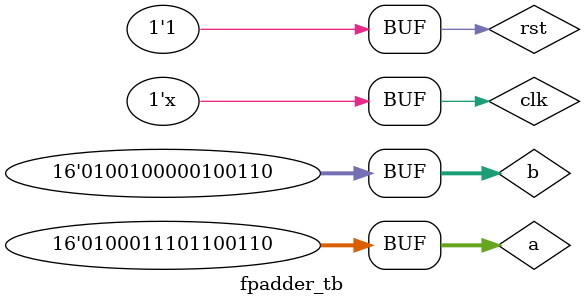
<source format=v>
module fpadder_tb;
reg[15:0] a,b;
reg clk,rst;
wire[15:0] out;

fp16adder fp1(clk,rst,a,b,out);
always
#5 clk=~clk;
initial
begin
clk=0;rst=1;a=16'b0100001000000000;b=16'b0100111000000000;
//greater lesser exponent difference check
#10 a=16'b0110001000000000;b=16'b0100111000000000;
#10 a=16'b0110001000000000;b=16'b0110001000000011;
// adder inputs check
#10 a=16'b0110001111000000;b=16'b0100111000100011;
// shifting check
#10 a=16'b1111101110000000;b=16'b0110100011100011;
//finalcheck-expectedoutput=0 10011 0101110000
#10 a=16'b0100101101100000;b=16'b0100011100000000;
//finalcheck-expectedoutput=1 10001 1111100000
#20 a=16'b1100101101100000;b=16'b0100011100000000;
//finalcheck-expectedoutput=16'b0100101111011001
#20 a = 16'b0100011101100110;b = 16'b0100100000100110;
end

endmodule

</source>
